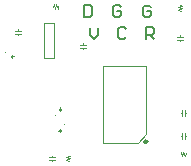
<source format=gbr>
%TF.GenerationSoftware,Altium Limited,Altium Designer,20.1.8 (145)*%
G04 Layer_Color=65535*
%FSLAX44Y44*%
%MOMM*%
%TF.SameCoordinates,E54140C2-77ED-4701-9F9C-26571285D32F*%
%TF.FilePolarity,Positive*%
%TF.FileFunction,Legend,Top*%
%TF.Part,Single*%
G01*
G75*
%TA.AperFunction,NonConductor*%
%ADD30C,0.1000*%
%ADD31C,0.1016*%
%ADD40C,0.2500*%
%ADD41C,0.2032*%
D30*
X10054598Y10105572D02*
G03*
X10054598Y10105572I-500J0D01*
G01*
X10096548Y10051772D02*
G03*
X10096548Y10051772I-500J0D01*
G01*
X10104025Y10044567D02*
G03*
X10104025Y10044567I-500J0D01*
G01*
D31*
X10172994Y10035776D02*
Y10093676D01*
X10165894Y10028676D02*
X10172994Y10035776D01*
X10136494Y10028676D02*
X10165894D01*
X10136494D02*
Y10093676D01*
X10172994D01*
X10061665Y10123683D02*
X10066665D01*
X10061665Y10121183D02*
X10066665D01*
X10064165Y10123683D02*
Y10124933D01*
Y10119933D02*
Y10121183D01*
X10116685Y10109404D02*
X10121685D01*
X10116685Y10111904D02*
X10121685D01*
X10119185Y10108154D02*
Y10109404D01*
Y10111904D02*
Y10113154D01*
X10086876Y10100183D02*
Y10130183D01*
X10094877Y10100183D02*
Y10130183D01*
X10086876Y10100183D02*
X10094877D01*
X10086876Y10130183D02*
X10094877D01*
X10090839Y10014221D02*
X10095839D01*
X10090839Y10016721D02*
X10095839D01*
X10093339Y10012971D02*
Y10014221D01*
Y10016721D02*
Y10017971D01*
X10105106Y10014471D02*
X10107606Y10013471D01*
X10105106Y10014471D02*
X10108856Y10015471D01*
X10105106Y10016471D02*
X10108856Y10015471D01*
X10105106Y10016471D02*
X10108856Y10017471D01*
X10107106Y10017971D02*
X10108856Y10017471D01*
X10205812Y10051465D02*
Y10056465D01*
X10203312Y10051465D02*
Y10056465D01*
X10205812Y10053965D02*
X10207062D01*
X10202062D02*
X10203312D01*
X10058324Y10101834D02*
X10061118D01*
X10058324D02*
X10059594Y10100564D01*
X10059594Y10102850D02*
X10059594Y10100564D01*
X10058324Y10101834D02*
X10059594Y10102850D01*
X10201805Y10118602D02*
Y10119852D01*
Y10114852D02*
Y10116102D01*
X10199305Y10118602D02*
X10204305D01*
X10199305Y10116102D02*
X10204305D01*
X10203312Y10031966D02*
Y10036966D01*
X10205812Y10031966D02*
Y10036966D01*
X10202062Y10034466D02*
X10203312D01*
X10205812D02*
X10207062D01*
X10202062Y10019346D02*
X10202562Y10021096D01*
X10203561Y10017346D01*
X10204562Y10021096D01*
X10205562Y10017346D01*
X10206562Y10019846D01*
X10201805Y10145026D02*
X10203555Y10144526D01*
X10199805Y10143526D02*
X10203555Y10144526D01*
X10199805Y10143526D02*
X10203555Y10142526D01*
X10199805Y10141526D02*
X10203555Y10142526D01*
X10199805Y10141526D02*
X10202305Y10140526D01*
X10097957Y10142398D02*
X10098456Y10144148D01*
X10096957Y10146148D02*
X10097957Y10142398D01*
X10095956D02*
X10096957Y10146148D01*
X10094957D02*
X10095956Y10142398D01*
X10093957Y10143648D02*
X10094957Y10146148D01*
X10099787Y10055998D02*
Y10058792D01*
Y10055998D02*
X10101057Y10057268D01*
X10098771D02*
X10101057D01*
X10098771D02*
X10099787Y10055998D01*
Y10040341D02*
X10100803Y10039070D01*
X10098517Y10039070D02*
X10100803Y10039070D01*
X10098517Y10039070D02*
X10099787Y10040341D01*
Y10037546D02*
Y10040341D01*
D40*
X10173834Y10029747D02*
G03*
X10173834Y10029747I-1250J0D01*
G01*
D41*
X10151902Y10143438D02*
X10150236Y10145104D01*
X10146904D01*
X10145237Y10143438D01*
Y10136774D01*
X10146904Y10135107D01*
X10150236D01*
X10151902Y10136774D01*
Y10140106D01*
X10148570D01*
X10177369Y10143314D02*
X10175703Y10144980D01*
X10172371D01*
X10170705Y10143314D01*
Y10136649D01*
X10172371Y10134983D01*
X10175703D01*
X10177369Y10136649D01*
Y10139981D01*
X10174037D01*
X10120148Y10145104D02*
Y10135107D01*
X10125146D01*
X10126813Y10136774D01*
Y10143438D01*
X10125146Y10145104D01*
X10120148D01*
X10155659Y10124805D02*
X10153992Y10126470D01*
X10150660D01*
X10148994Y10124805D01*
Y10118140D01*
X10150660Y10116474D01*
X10153992D01*
X10155659Y10118140D01*
X10173137Y10116584D02*
Y10126581D01*
X10178135D01*
X10179801Y10124915D01*
Y10121583D01*
X10178135Y10119916D01*
X10173137D01*
X10176469D02*
X10179801Y10116584D01*
X10125440Y10126281D02*
Y10119616D01*
X10128772Y10116284D01*
X10132104Y10119616D01*
Y10126281D01*
%TF.MD5,65c6cffd69569852907583766633c50c*%
M02*

</source>
